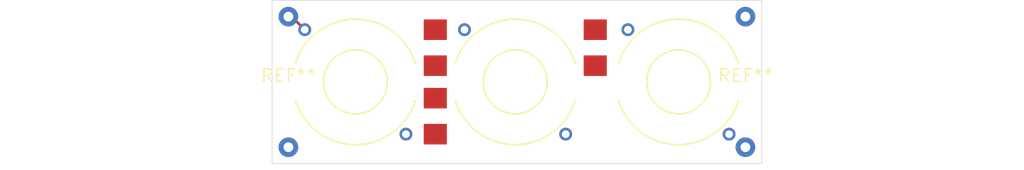
<source format=kicad_pcb>
(kicad_pcb (version 20240108) (generator "pcbnew") (generator_version "8.0")
  (layers (0 "F.Cu" signal) (31 "B.Cu" signal) (34 "B.Paste" user) (35 "F.Paste" user) (36 "B.SilkS" user "B.Silkscreen") (37 "F.SilkS" user "F.Silkscreen") (38 "B.Mask" user) (39 "F.Mask" user) (44 "Edge.Cuts" user))
  (net 0 "")
  (footprint "SparkFun-Fuse:1206" (layer "F.Cu") (at 88.9 79.886 -90)
    (property "Reference" "REF**")
    (property "Value" "1206")
    (pad "1" smd rect (at -1.4 0 270) (size 1.6 1.8) (layers "F.Cu" "F.Paste" "F.Mask"))
    (pad "2" smd rect (at 1.4 0 270) (size 1.6 1.8) (layers "F.Cu" "F.Paste" "F.Mask"))
  )
  (footprint "SparkFun-Fuse:1206" (layer "F.Cu") (at 101.346 79.886 -90)
    (property "Reference" "REF**")
    (property "Value" "1206")
    (pad "1" smd rect (at -1.4 0 270) (size 1.6 1.8) (layers "F.Cu" "F.Paste" "F.Mask"))
    (pad "2" smd rect (at 1.4 0 270) (size 1.6 1.8) (layers "F.Cu" "F.Paste" "F.Mask"))
  )
  (footprint "Filters:FilterConn02" (layer "F.Cu") (at 113.03 82.55)
    (property "Reference" "REF**" (at 0 -0.5 0) (layer "F.SilkS") (effects (font (thickness 0.1))))
    (property "Value" "FilterConn02")
    (pad "3" thru_hole circle (at 0 -5.08) (size 1.524 1.524) (drill 0.762) (layers "*.Cu" "*.Mask"))
    (pad "4" thru_hole circle (at 0 5.08) (size 1.524 1.524) (drill 0.762) (layers "*.Cu" "*.Mask"))
  )
  (footprint "Filters:FilterConn02" (layer "F.Cu") (at 77.47 82.55)
    (property "Reference" "REF**" (at 0 -0.5 0) (layer "F.SilkS") (effects (font (thickness 0.1))))
    (property "Value" "FilterConn02")
    (pad "1" thru_hole circle (at 0 -5.08) (size 1.524 1.524) (drill 0.762) (layers "*.Cu" "*.Mask"))
    (pad "2" thru_hole circle (at 0 5.08) (size 1.524 1.524) (drill 0.762) (layers "*.Cu" "*.Mask"))
  )
  (footprint "Inductor_THT:L_Toroid_Horizontal_D9.5mm_P15.00mm_Diameter10-5mm_Amidon-T37" (layer "F.Cu") (at 75.184 82.55)
    (property "Reference" "REF**" (hide yes))
    (property "Value" "L_Toroid_Horizontal_D9.5mm_P15.00mm_Diameter10-5mm_Amidon-T37")
    (fp_arc (start 2.840901 -1.46) (mid 7.5 -4.8825) (end 12.159099 -1.46) (stroke (width 0.12)) (layer "F.SilkS"))
    (fp_arc (start 12.159099 1.46) (mid 7.5 4.8825) (end 2.840901 1.46) (stroke (width 0.12)) (layer "F.SilkS"))
    (fp_circle (center 7.5 0) (end 9.9835 0) (stroke (width 0.12)) (fill none) (layer "F.SilkS"))
    (pad "1" thru_hole circle (at 3.556 -4.064) (size 1 1) (drill 0.6) (layers "*.Cu" "*.Mask"))
    (pad "2" thru_hole circle (at 11.43 4.064) (size 1 1) (drill 0.6) (layers "*.Cu" "*.Mask"))
  )
  (footprint "Inductor_THT:L_Toroid_Horizontal_D9.5mm_P15.00mm_Diameter10-5mm_Amidon-T37" (layer "F.Cu") (at 87.6155 82.55)
    (property "Reference" "REF**" (hide yes))
    (property "Value" "L_Toroid_Horizontal_D9.5mm_P15.00mm_Diameter10-5mm_Amidon-T37")
    (fp_arc (start 2.840901 -1.46) (mid 7.5 -4.8825) (end 12.159099 -1.46) (stroke (width 0.12)) (layer "F.SilkS"))
    (fp_arc (start 12.159099 1.46) (mid 7.5 4.8825) (end 2.840901 1.46) (stroke (width 0.12)) (layer "F.SilkS"))
    (fp_circle (center 7.5 0) (end 9.9835 0) (stroke (width 0.12)) (fill none) (layer "F.SilkS"))
    (pad "1" thru_hole circle (at 3.556 -4.064) (size 1 1) (drill 0.6) (layers "*.Cu" "*.Mask"))
    (pad "2" thru_hole circle (at 11.43 4.064) (size 1 1) (drill 0.6) (layers "*.Cu" "*.Mask"))
  )
  (footprint "Inductor_THT:L_Toroid_Horizontal_D9.5mm_P15.00mm_Diameter10-5mm_Amidon-T37" (layer "F.Cu") (at 100.33 82.55)
    (property "Reference" "REF**" (hide yes))
    (property "Value" "L_Toroid_Horizontal_D9.5mm_P15.00mm_Diameter10-5mm_Amidon-T37")
    (fp_arc (start 2.840901 -1.46) (mid 7.5 -4.8825) (end 12.159099 -1.46) (stroke (width 0.12)) (layer "F.SilkS"))
    (fp_arc (start 12.159099 1.46) (mid 7.5 4.8825) (end 2.840901 1.46) (stroke (width 0.12)) (layer "F.SilkS"))
    (fp_circle (center 7.5 0) (end 9.9835 0) (stroke (width 0.12)) (fill none) (layer "F.SilkS"))
    (pad "1" thru_hole circle (at 3.556 -4.064) (size 1 1) (drill 0.6) (layers "*.Cu" "*.Mask"))
    (pad "2" thru_hole circle (at 11.43 4.064) (size 1 1) (drill 0.6) (layers "*.Cu" "*.Mask"))
  )
  (footprint "SparkFun-Fuse:1206" (layer "F.Cu") (at 88.9 85.214 -90)
    (property "Reference" "REF**")
    (property "Value" "1206")
    (pad "1" smd rect (at -1.4 0 270) (size 1.6 1.8) (layers "F.Cu" "F.Paste" "F.Mask"))
    (pad "2" smd rect (at 1.4 0 270) (size 1.6 1.8) (layers "F.Cu" "F.Paste" "F.Mask"))
  )
  (gr_rect (start 76.2 76.2) (end 114.3 88.9) (stroke (width 0.05)) (fill none) (layer "Edge.Cuts"))
  (segment (start 77.47 77.47) (end 77.724 77.47) (width 0.2) (layer "F.Cu") (net 0))
  (segment (start 77.724 77.47) (end 78.74 78.486) (width 0.2) (layer "F.Cu") (net 0))
)
</source>
